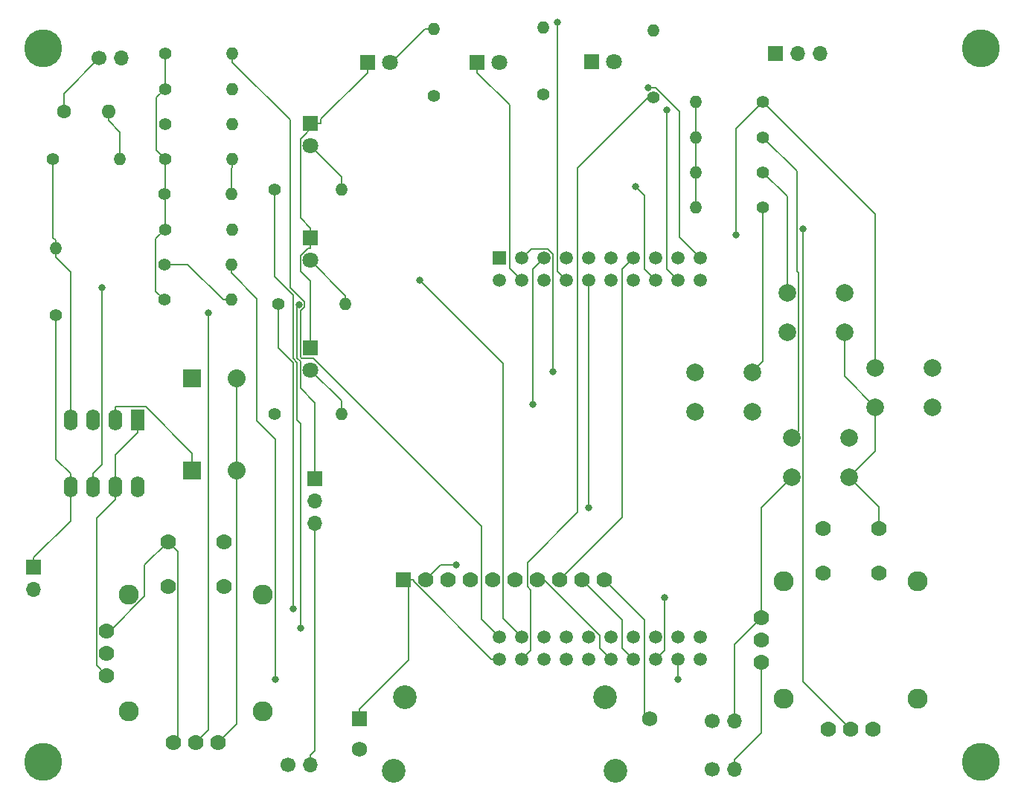
<source format=gbl>
G04 #@! TF.GenerationSoftware,KiCad,Pcbnew,9.0.0*
G04 #@! TF.CreationDate,2025-03-23T13:33:11-05:00*
G04 #@! TF.ProjectId,CDR3585,43445233-3538-4352-9e6b-696361645f70,v1.0.1*
G04 #@! TF.SameCoordinates,Original*
G04 #@! TF.FileFunction,Copper,L2,Bot*
G04 #@! TF.FilePolarity,Positive*
%FSLAX46Y46*%
G04 Gerber Fmt 4.6, Leading zero omitted, Abs format (unit mm)*
G04 Created by KiCad (PCBNEW 9.0.0) date 2025-03-23 13:33:11*
%MOMM*%
%LPD*%
G01*
G04 APERTURE LIST*
G04 #@! TA.AperFunction,ComponentPad*
%ADD10C,1.400000*%
G04 #@! TD*
G04 #@! TA.AperFunction,ComponentPad*
%ADD11O,1.400000X1.400000*%
G04 #@! TD*
G04 #@! TA.AperFunction,ComponentPad*
%ADD12C,1.700000*%
G04 #@! TD*
G04 #@! TA.AperFunction,ComponentPad*
%ADD13O,1.700000X1.700000*%
G04 #@! TD*
G04 #@! TA.AperFunction,ComponentPad*
%ADD14R,1.700000X1.700000*%
G04 #@! TD*
G04 #@! TA.AperFunction,ComponentPad*
%ADD15R,1.800000X1.800000*%
G04 #@! TD*
G04 #@! TA.AperFunction,ComponentPad*
%ADD16C,1.800000*%
G04 #@! TD*
G04 #@! TA.AperFunction,ComponentPad*
%ADD17R,1.600000X2.400000*%
G04 #@! TD*
G04 #@! TA.AperFunction,ComponentPad*
%ADD18O,1.600000X2.400000*%
G04 #@! TD*
G04 #@! TA.AperFunction,ComponentPad*
%ADD19C,2.000000*%
G04 #@! TD*
G04 #@! TA.AperFunction,WasherPad*
%ADD20C,2.700000*%
G04 #@! TD*
G04 #@! TA.AperFunction,ComponentPad*
%ADD21R,1.750000X1.750000*%
G04 #@! TD*
G04 #@! TA.AperFunction,ComponentPad*
%ADD22C,1.750000*%
G04 #@! TD*
G04 #@! TA.AperFunction,ComponentPad*
%ADD23C,1.778000*%
G04 #@! TD*
G04 #@! TA.AperFunction,ComponentPad*
%ADD24C,2.286000*%
G04 #@! TD*
G04 #@! TA.AperFunction,ComponentPad*
%ADD25C,1.600000*%
G04 #@! TD*
G04 #@! TA.AperFunction,ComponentPad*
%ADD26O,1.600000X1.600000*%
G04 #@! TD*
G04 #@! TA.AperFunction,ComponentPad*
%ADD27C,4.318000*%
G04 #@! TD*
G04 #@! TA.AperFunction,ComponentPad*
%ADD28R,2.032000X2.032000*%
G04 #@! TD*
G04 #@! TA.AperFunction,ComponentPad*
%ADD29C,2.032000*%
G04 #@! TD*
G04 #@! TA.AperFunction,ComponentPad*
%ADD30R,1.778000X1.778000*%
G04 #@! TD*
G04 #@! TA.AperFunction,ComponentPad*
%ADD31R,1.520000X1.520000*%
G04 #@! TD*
G04 #@! TA.AperFunction,ComponentPad*
%ADD32C,1.520000*%
G04 #@! TD*
G04 #@! TA.AperFunction,ViaPad*
%ADD33C,0.800000*%
G04 #@! TD*
G04 #@! TA.AperFunction,Conductor*
%ADD34C,0.200000*%
G04 #@! TD*
G04 APERTURE END LIST*
D10*
X80880000Y-83500000D03*
D11*
X88500000Y-83500000D03*
D10*
X68500000Y-62500000D03*
D11*
X76120000Y-62500000D03*
D12*
X82460000Y-123500000D03*
D13*
X85000000Y-123500000D03*
D10*
X68500000Y-42500000D03*
D11*
X76120000Y-42500000D03*
D14*
X137920000Y-42500000D03*
D13*
X140460000Y-42500000D03*
X143000000Y-42500000D03*
D10*
X68380000Y-66500000D03*
D11*
X76000000Y-66500000D03*
D15*
X85000000Y-63500000D03*
D16*
X85000000Y-66040000D03*
D10*
X68500000Y-50500000D03*
D11*
X76120000Y-50500000D03*
D17*
X65300000Y-84175000D03*
D18*
X62760000Y-84175000D03*
X60220000Y-84175000D03*
X57680000Y-84175000D03*
X57680000Y-91795000D03*
X60220000Y-91795000D03*
X62760000Y-91795000D03*
X65300000Y-91795000D03*
D10*
X56000000Y-72310000D03*
D11*
X56000000Y-64690000D03*
D19*
X128750000Y-78750000D03*
X135250000Y-78750000D03*
X128750000Y-83250000D03*
X135250000Y-83250000D03*
X139250000Y-69750000D03*
X145750000Y-69750000D03*
X139250000Y-74250000D03*
X145750000Y-74250000D03*
D10*
X68380000Y-70500000D03*
D11*
X76000000Y-70500000D03*
D20*
X94505000Y-124200000D03*
X95705000Y-115800000D03*
X118505000Y-115800000D03*
X119705000Y-124200000D03*
D21*
X90605000Y-118250000D03*
D22*
X90605000Y-121750000D03*
X123605000Y-118250000D03*
D10*
X68380000Y-58500000D03*
D11*
X76000000Y-58500000D03*
D10*
X99000000Y-47310000D03*
D11*
X99000000Y-39690000D03*
D12*
X60960000Y-43000000D03*
D13*
X63500000Y-43000000D03*
D23*
X61792500Y-113310000D03*
X61792500Y-110770000D03*
X61792500Y-108230000D03*
X69412500Y-120930000D03*
X71952500Y-120930000D03*
X74492500Y-120930000D03*
D24*
X64332500Y-104102500D03*
X64332500Y-117437500D03*
X79572500Y-117437500D03*
X79572500Y-104102500D03*
D23*
X68777500Y-103150000D03*
X75127500Y-103150000D03*
X68777500Y-98070000D03*
X75127500Y-98070000D03*
D12*
X130725000Y-118500000D03*
D13*
X133265000Y-118500000D03*
D25*
X56943800Y-49065000D03*
D26*
X62023800Y-49065000D03*
D15*
X85000000Y-50460000D03*
D16*
X85000000Y-53000000D03*
D27*
X161290000Y-41910000D03*
X161290000Y-123190000D03*
X54610000Y-41910000D03*
D10*
X136500000Y-56000000D03*
D11*
X128880000Y-56000000D03*
D27*
X54610000Y-123190000D03*
D28*
X71500000Y-90000000D03*
D29*
X76580000Y-90000000D03*
D10*
X80880000Y-58000000D03*
D11*
X88500000Y-58000000D03*
D12*
X130725000Y-124000000D03*
D13*
X133265000Y-124000000D03*
D15*
X116960000Y-43380000D03*
D16*
X119500000Y-43380000D03*
D28*
X71500000Y-79500000D03*
D29*
X76580000Y-79500000D03*
D23*
X136292500Y-111810000D03*
X136292500Y-109270000D03*
X136292500Y-106730000D03*
X143912500Y-119430000D03*
X146452500Y-119430000D03*
X148992500Y-119430000D03*
D24*
X138832500Y-102602500D03*
X138832500Y-115937500D03*
X154072500Y-115937500D03*
X154072500Y-102602500D03*
D23*
X143277500Y-101650000D03*
X149627500Y-101650000D03*
X143277500Y-96570000D03*
X149627500Y-96570000D03*
D19*
X149250000Y-78250000D03*
X155750000Y-78250000D03*
X149250000Y-82750000D03*
X155750000Y-82750000D03*
D10*
X124000000Y-47500000D03*
D11*
X124000000Y-39880000D03*
D10*
X136500000Y-60000000D03*
D11*
X128880000Y-60000000D03*
D10*
X111500000Y-47120000D03*
D11*
X111500000Y-39500000D03*
D10*
X55690000Y-54500000D03*
D11*
X63310000Y-54500000D03*
D10*
X136500000Y-48000000D03*
D11*
X128880000Y-48000000D03*
D10*
X68500000Y-54500000D03*
D11*
X76120000Y-54500000D03*
D10*
X136500000Y-52000000D03*
D11*
X128880000Y-52000000D03*
D19*
X146250000Y-90750000D03*
X139750000Y-90750000D03*
X146250000Y-86250000D03*
X139750000Y-86250000D03*
D10*
X68500000Y-46500000D03*
D11*
X76120000Y-46500000D03*
D14*
X53500000Y-101000000D03*
D13*
X53500000Y-103540000D03*
D15*
X85000000Y-76000000D03*
D16*
X85000000Y-78540000D03*
D15*
X91460000Y-43500000D03*
D16*
X94000000Y-43500000D03*
D14*
X85500000Y-90920000D03*
D13*
X85500000Y-93460000D03*
X85500000Y-96000000D03*
D15*
X103960000Y-43500000D03*
D16*
X106500000Y-43500000D03*
D10*
X81380000Y-71000000D03*
D11*
X89000000Y-71000000D03*
D30*
X95570000Y-102400000D03*
D23*
X98110000Y-102400000D03*
X100650000Y-102400000D03*
X103190000Y-102400000D03*
X105730000Y-102400000D03*
X108270000Y-102400000D03*
X110810000Y-102400000D03*
X113350000Y-102400000D03*
X115890000Y-102400000D03*
X118430000Y-102400000D03*
D31*
X106500000Y-65780000D03*
D32*
X109040000Y-65780000D03*
X111580000Y-65780000D03*
X114120000Y-65780000D03*
X116660000Y-65780000D03*
X119200000Y-65780000D03*
X121740000Y-65780000D03*
X124280000Y-65780000D03*
X126820000Y-65780000D03*
X129360000Y-65780000D03*
X106500000Y-111500000D03*
X109040000Y-111500000D03*
X111580000Y-111500000D03*
X114120000Y-111500000D03*
X116660000Y-111500000D03*
X119200000Y-111500000D03*
X121740000Y-111500000D03*
X124280000Y-111500000D03*
X126820000Y-111500000D03*
X129360000Y-111500000D03*
X106500000Y-68320000D03*
X109040000Y-68320000D03*
X111580000Y-68320000D03*
X114120000Y-68320000D03*
X116660000Y-68320000D03*
X119200000Y-68320000D03*
X121740000Y-68320000D03*
X124280000Y-68320000D03*
X126820000Y-68320000D03*
X129360000Y-68320000D03*
X106500000Y-108960000D03*
X109040000Y-108960000D03*
X111580000Y-108960000D03*
X114120000Y-108960000D03*
X116660000Y-108960000D03*
X119200000Y-108960000D03*
X121740000Y-108960000D03*
X124280000Y-108960000D03*
X126820000Y-108960000D03*
X129360000Y-108960000D03*
D33*
X110310000Y-82463200D03*
X83017400Y-105685900D03*
X83848300Y-107915900D03*
X97430800Y-68302400D03*
X125550100Y-48924600D03*
X122002400Y-57600900D03*
X116660000Y-94171000D03*
X113088300Y-38920300D03*
X73353300Y-72032000D03*
X126820000Y-113770600D03*
X81015500Y-113770600D03*
X123383600Y-46330500D03*
X133450200Y-63131000D03*
X141008400Y-62467200D03*
X112591700Y-78675000D03*
X83672500Y-71051600D03*
X61308600Y-69139200D03*
X125300900Y-104441100D03*
X101585500Y-100746500D03*
D34*
X71048300Y-66500000D02*
X68380000Y-66500000D01*
X75048300Y-70500000D02*
X71048300Y-66500000D01*
X76000000Y-70500000D02*
X75048300Y-70500000D01*
X55690000Y-63428300D02*
X55690000Y-54500000D01*
X56000000Y-63738300D02*
X55690000Y-63428300D01*
X56000000Y-64690000D02*
X56000000Y-63738300D01*
X57680000Y-67321700D02*
X56000000Y-65641700D01*
X57680000Y-84175000D02*
X57680000Y-67321700D01*
X56000000Y-64690000D02*
X56000000Y-65641700D01*
X53500000Y-101000000D02*
X53500000Y-99898300D01*
X56000000Y-88663300D02*
X57680000Y-90343300D01*
X56000000Y-72310000D02*
X56000000Y-88663300D01*
X57680000Y-91795000D02*
X57680000Y-90343300D01*
X57680000Y-95718300D02*
X53500000Y-99898300D01*
X57680000Y-91795000D02*
X57680000Y-95718300D01*
X88500000Y-82040000D02*
X88500000Y-83500000D01*
X85000000Y-78540000D02*
X88500000Y-82040000D01*
X110310000Y-67050000D02*
X110310000Y-82463200D01*
X111580000Y-65780000D02*
X110310000Y-67050000D01*
X89000000Y-70040000D02*
X89000000Y-71000000D01*
X85000000Y-66040000D02*
X89000000Y-70040000D01*
X88500000Y-56500000D02*
X88500000Y-58000000D01*
X85000000Y-53000000D02*
X88500000Y-56500000D01*
X83017400Y-77665300D02*
X83017400Y-105685900D01*
X81380000Y-76027900D02*
X83017400Y-77665300D01*
X81380000Y-71000000D02*
X81380000Y-76027900D01*
X83848300Y-84597300D02*
X83848300Y-107915900D01*
X83496600Y-84245600D02*
X83848300Y-84597300D01*
X83496600Y-77647200D02*
X83496600Y-84245600D01*
X83020800Y-77171400D02*
X83496600Y-77647200D01*
X83020800Y-70018000D02*
X83020800Y-77171400D01*
X80880000Y-67877200D02*
X83020800Y-70018000D01*
X80880000Y-58000000D02*
X80880000Y-67877200D01*
X106876100Y-77747700D02*
X97430800Y-68302400D01*
X106876100Y-106796100D02*
X106876100Y-77747700D01*
X109040000Y-108960000D02*
X106876100Y-106796100D01*
X76120000Y-42500000D02*
X76120000Y-43451700D01*
X82664100Y-49995800D02*
X76120000Y-43451700D01*
X82664100Y-69121600D02*
X82664100Y-49995800D01*
X84324200Y-70781700D02*
X82664100Y-69121600D01*
X84324200Y-71321500D02*
X84324200Y-70781700D01*
X83848300Y-71797400D02*
X84324200Y-71321500D01*
X83848300Y-77004300D02*
X83848300Y-71797400D01*
X84002500Y-77158500D02*
X83848300Y-77004300D01*
X85284800Y-77158500D02*
X84002500Y-77158500D01*
X104460000Y-96333700D02*
X85284800Y-77158500D01*
X104460000Y-106920000D02*
X104460000Y-96333700D01*
X106500000Y-108960000D02*
X104460000Y-106920000D01*
X125550100Y-67050100D02*
X125550100Y-48924600D01*
X126820000Y-68320000D02*
X125550100Y-67050100D01*
X123010000Y-67050000D02*
X124280000Y-68320000D01*
X123010000Y-58608500D02*
X123010000Y-67050000D01*
X122002400Y-57600900D02*
X123010000Y-58608500D01*
X139250000Y-58750000D02*
X139250000Y-69750000D01*
X136500000Y-56000000D02*
X139250000Y-58750000D01*
X116660000Y-68320000D02*
X116660000Y-94171000D01*
X85500000Y-121898300D02*
X85000000Y-122398300D01*
X85500000Y-96000000D02*
X85500000Y-121898300D01*
X85000000Y-123500000D02*
X85000000Y-122398300D01*
X113088300Y-67288300D02*
X113088300Y-38920300D01*
X114120000Y-68320000D02*
X113088300Y-67288300D01*
X73353300Y-119529200D02*
X73353300Y-72032000D01*
X71952500Y-120930000D02*
X73353300Y-119529200D01*
X81015500Y-86405500D02*
X81015500Y-113770600D01*
X78917000Y-84307000D02*
X81015500Y-86405500D01*
X78917000Y-70368700D02*
X78917000Y-84307000D01*
X76000000Y-67451700D02*
X78917000Y-70368700D01*
X126820000Y-111500000D02*
X126820000Y-113770600D01*
X76000000Y-66500000D02*
X76000000Y-67451700D01*
X110068500Y-110471500D02*
X109040000Y-111500000D01*
X110068500Y-103557500D02*
X110068500Y-110471500D01*
X109666100Y-103155100D02*
X110068500Y-103557500D01*
X109666100Y-100454100D02*
X109666100Y-103155100D01*
X115390100Y-94730100D02*
X109666100Y-100454100D01*
X115390100Y-55541300D02*
X115390100Y-94730100D01*
X123431400Y-47500000D02*
X115390100Y-55541300D01*
X124000000Y-47500000D02*
X123431400Y-47500000D01*
X124237200Y-46330500D02*
X123383600Y-46330500D01*
X126941200Y-49034500D02*
X124237200Y-46330500D01*
X126941200Y-63361200D02*
X126941200Y-49034500D01*
X129360000Y-65780000D02*
X126941200Y-63361200D01*
X76000000Y-55571700D02*
X76000000Y-58500000D01*
X76120000Y-55451700D02*
X76000000Y-55571700D01*
X76120000Y-54500000D02*
X76120000Y-55451700D01*
X133450200Y-51049800D02*
X133450200Y-63131000D01*
X136500000Y-48000000D02*
X133450200Y-51049800D01*
X149250000Y-60750000D02*
X149250000Y-78250000D01*
X136500000Y-48000000D02*
X149250000Y-60750000D01*
X141008400Y-113985900D02*
X141008400Y-62467200D01*
X146452500Y-119430000D02*
X141008400Y-113985900D01*
X140504100Y-85495900D02*
X139750000Y-86250000D01*
X140504100Y-67421100D02*
X140504100Y-85495900D01*
X140356700Y-67273700D02*
X140504100Y-67421100D01*
X140356700Y-55856700D02*
X140356700Y-67273700D01*
X136500000Y-52000000D02*
X140356700Y-55856700D01*
X136500000Y-77500000D02*
X135250000Y-78750000D01*
X136500000Y-60000000D02*
X136500000Y-77500000D01*
X112591700Y-65359200D02*
X112591700Y-78675000D01*
X111957700Y-64725200D02*
X112591700Y-65359200D01*
X110094800Y-64725200D02*
X111957700Y-64725200D01*
X109040000Y-65780000D02*
X110094800Y-64725200D01*
X94238300Y-43500000D02*
X98048300Y-39690000D01*
X94000000Y-43500000D02*
X94238300Y-43500000D01*
X99000000Y-39690000D02*
X98048300Y-39690000D01*
X63310000Y-51402900D02*
X63310000Y-54500000D01*
X62023800Y-50116700D02*
X63310000Y-51402900D01*
X62023800Y-49065000D02*
X62023800Y-50116700D01*
X56943800Y-47016200D02*
X60960000Y-43000000D01*
X56943800Y-49065000D02*
X56943800Y-47016200D01*
X68500000Y-46500000D02*
X68500000Y-42500000D01*
X68380000Y-58500000D02*
X68500000Y-58500000D01*
X68500000Y-54500000D02*
X68500000Y-58500000D01*
X68500000Y-58500000D02*
X68500000Y-62500000D01*
X67412900Y-63587100D02*
X68500000Y-62500000D01*
X67412900Y-69532900D02*
X67412900Y-63587100D01*
X68380000Y-70500000D02*
X67412900Y-69532900D01*
X67497600Y-53497600D02*
X68500000Y-54500000D01*
X67497600Y-47502400D02*
X67497600Y-53497600D01*
X68500000Y-46500000D02*
X67497600Y-47502400D01*
X85500000Y-82230200D02*
X85500000Y-90920000D01*
X83848300Y-80578500D02*
X85500000Y-82230200D01*
X83848300Y-77501600D02*
X83848300Y-80578500D01*
X83496600Y-77149900D02*
X83848300Y-77501600D01*
X83496600Y-71227500D02*
X83496600Y-77149900D01*
X83672500Y-71051600D02*
X83496600Y-71227500D01*
X71500000Y-87985300D02*
X71500000Y-90000000D01*
X66238000Y-82723300D02*
X71500000Y-87985300D01*
X62760000Y-82723300D02*
X66238000Y-82723300D01*
X62760000Y-84175000D02*
X62760000Y-82723300D01*
X60220000Y-91795000D02*
X60220000Y-90343300D01*
X61308600Y-89254700D02*
X61308600Y-69139200D01*
X60220000Y-90343300D02*
X61308600Y-89254700D01*
X125300900Y-110479100D02*
X125300900Y-104441100D01*
X124280000Y-111500000D02*
X125300900Y-110479100D01*
X120470100Y-106980100D02*
X115890000Y-102400000D01*
X120470100Y-110230100D02*
X120470100Y-106980100D01*
X121740000Y-111500000D02*
X120470100Y-110230100D01*
X117930000Y-110230000D02*
X119200000Y-111500000D01*
X117930000Y-108789100D02*
X117930000Y-110230000D01*
X111540900Y-102400000D02*
X117930000Y-108789100D01*
X110810000Y-102400000D02*
X111540900Y-102400000D01*
X120470100Y-95279900D02*
X113350000Y-102400000D01*
X120470100Y-67049900D02*
X120470100Y-95279900D01*
X121740000Y-65780000D02*
X120470100Y-67049900D01*
X123010100Y-117655100D02*
X123605000Y-118250000D01*
X123010100Y-106980100D02*
X123010100Y-117655100D01*
X118430000Y-102400000D02*
X123010100Y-106980100D01*
X69937800Y-120404700D02*
X69412500Y-120930000D01*
X69937800Y-99230300D02*
X69937800Y-120404700D01*
X68777500Y-98070000D02*
X69937800Y-99230300D01*
X62189800Y-108230000D02*
X61792500Y-108230000D01*
X66116200Y-104303600D02*
X62189800Y-108230000D01*
X66116200Y-100731300D02*
X66116200Y-104303600D01*
X68777500Y-98070000D02*
X66116200Y-100731300D01*
X149627500Y-94127500D02*
X146250000Y-90750000D01*
X149627500Y-96570000D02*
X149627500Y-94127500D01*
X149250000Y-87750000D02*
X146250000Y-90750000D01*
X149250000Y-82750000D02*
X149250000Y-87750000D01*
X145750000Y-79250000D02*
X149250000Y-82750000D01*
X145750000Y-74250000D02*
X145750000Y-79250000D01*
X133265000Y-109757500D02*
X136292500Y-106730000D01*
X133265000Y-118500000D02*
X133265000Y-109757500D01*
X136292500Y-94207500D02*
X139750000Y-90750000D01*
X136292500Y-106730000D02*
X136292500Y-94207500D01*
X99763500Y-100746500D02*
X98110000Y-102400000D01*
X101585500Y-100746500D02*
X99763500Y-100746500D01*
X107646100Y-48337800D02*
X103960000Y-44651700D01*
X107646100Y-66926100D02*
X107646100Y-48337800D01*
X109040000Y-68320000D02*
X107646100Y-66926100D01*
X103960000Y-43500000D02*
X103960000Y-44651700D01*
X96710700Y-102613900D02*
X96710700Y-102400000D01*
X105596800Y-111500000D02*
X96710700Y-102613900D01*
X106500000Y-111500000D02*
X105596800Y-111500000D01*
X95570000Y-102400000D02*
X96140400Y-102400000D01*
X96140400Y-102400000D02*
X96710700Y-102400000D01*
X96140400Y-111587900D02*
X90605000Y-117123300D01*
X96140400Y-102400000D02*
X96140400Y-111587900D01*
X90605000Y-118250000D02*
X90605000Y-117123300D01*
X86151700Y-49960000D02*
X86151700Y-50460000D01*
X91460000Y-44651700D02*
X86151700Y-49960000D01*
X91460000Y-43500000D02*
X91460000Y-44651700D01*
X76580000Y-79500000D02*
X76580000Y-90000000D01*
X128880000Y-48000000D02*
X128880000Y-52000000D01*
X128880000Y-52000000D02*
X128880000Y-56000000D01*
X128880000Y-56000000D02*
X128880000Y-60000000D01*
X136292500Y-119870800D02*
X133265000Y-122898300D01*
X136292500Y-111810000D02*
X136292500Y-119870800D01*
X133265000Y-124000000D02*
X133265000Y-122898300D01*
X60651800Y-95354900D02*
X62760000Y-93246700D01*
X60651800Y-112169300D02*
X60651800Y-95354900D01*
X61792500Y-113310000D02*
X60651800Y-112169300D01*
X76580000Y-118842500D02*
X76580000Y-90000000D01*
X74492500Y-120930000D02*
X76580000Y-118842500D01*
X62760000Y-92520800D02*
X62760000Y-93246700D01*
X62760000Y-92520800D02*
X62760000Y-91795000D01*
X62760000Y-88166700D02*
X65300000Y-85626700D01*
X62760000Y-91795000D02*
X62760000Y-88166700D01*
X65300000Y-84175000D02*
X65300000Y-85626700D01*
X84718300Y-64651700D02*
X85000000Y-64651700D01*
X83848300Y-65521700D02*
X84718300Y-64651700D01*
X83848300Y-67254200D02*
X83848300Y-65521700D01*
X85000000Y-68405900D02*
X83848300Y-67254200D01*
X85000000Y-76000000D02*
X85000000Y-68405900D01*
X85000000Y-63500000D02*
X85000000Y-64651700D01*
X85000000Y-50460000D02*
X85575900Y-50460000D01*
X85575900Y-50460000D02*
X86151700Y-50460000D01*
X83848300Y-61196600D02*
X85000000Y-62348300D01*
X83848300Y-52187600D02*
X83848300Y-61196600D01*
X85575900Y-50460000D02*
X83848300Y-52187600D01*
X85000000Y-63500000D02*
X85000000Y-62348300D01*
M02*

</source>
